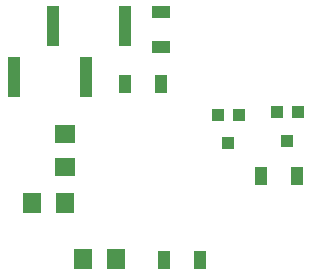
<source format=gtp>
G04 Layer_Color=8421504*
%FSLAX25Y25*%
%MOIN*%
G70*
G01*
G75*
%ADD10R,0.03937X0.03937*%
%ADD11R,0.03937X0.06299*%
%ADD12R,0.04213X0.13268*%
%ADD13R,0.06299X0.03937*%
%ADD14R,0.07087X0.06299*%
%ADD15R,0.06299X0.07087*%
D10*
X96457Y49213D02*
D03*
X100000Y58661D02*
D03*
X92913D02*
D03*
X76772Y48425D02*
D03*
X80315Y57874D02*
D03*
X73228D02*
D03*
D11*
X87795Y37402D02*
D03*
X99606D02*
D03*
X55512Y9449D02*
D03*
X67323D02*
D03*
X54331Y68110D02*
D03*
X42520D02*
D03*
D12*
X42342Y87402D02*
D03*
X18287D02*
D03*
X29350Y70472D02*
D03*
X5295D02*
D03*
D13*
X54331Y92126D02*
D03*
Y80315D02*
D03*
D14*
X22441Y51575D02*
D03*
Y40551D02*
D03*
D15*
X39370Y9843D02*
D03*
X28346D02*
D03*
X22441Y28346D02*
D03*
X11417D02*
D03*
M02*

</source>
